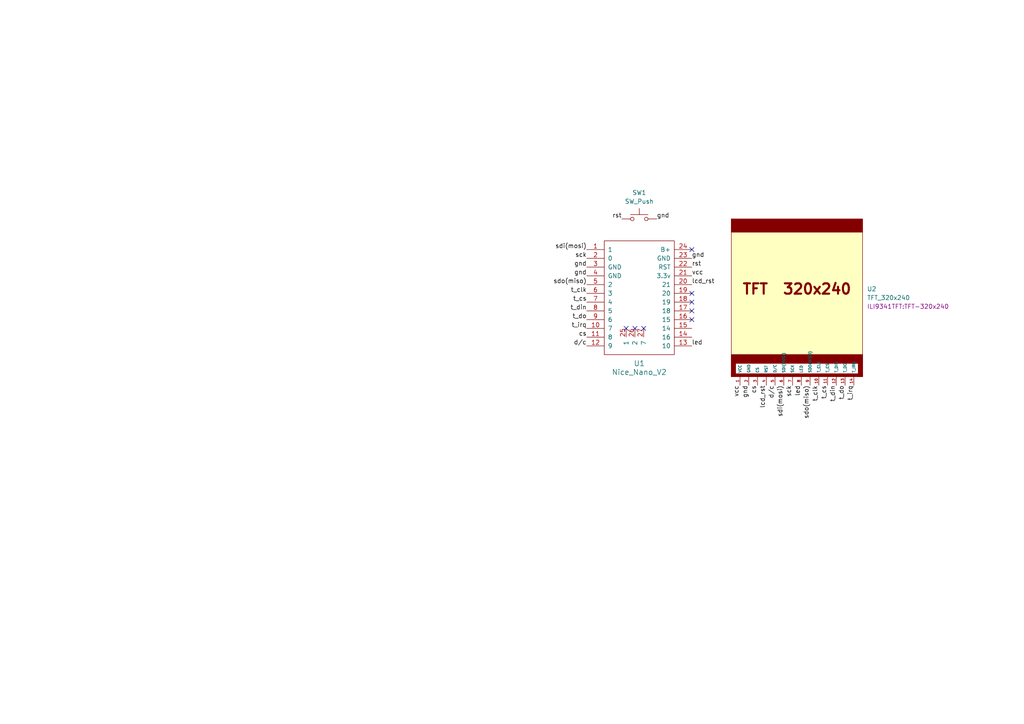
<source format=kicad_sch>
(kicad_sch (version 20250114) (generator "eeschema") (generator_version "9.0")
  (paper "A4")
  (lib_symbols
    (symbol "Custom Stuff:TFT_320x240" (pin_names (offset 1.016))
      (property "Reference" "U?" (at 20.32 25.4001 0))
      (property "Value" "TFT_320x240" (at 20.32 22.8601 0))
      (property "Footprint" "ILI9341TFT:TFT-320x240" (at 20.32 20.3201 0))
      (symbol "TFT_320x240_0_0"
        (text "TFT  320x240" (at 0 25.4 0) (effects (font (size 2.9972 2.9972) (bold yes))))
      )
      (symbol "TFT_320x240_0_1"
        (rectangle (start -19.05 41.91) (end 19.05 45.72) (fill (type outline)))
        (rectangle (start -19.05 6.35) (end 19.05 41.91) (fill (type background)))
        (rectangle (start -19.05 6.35) (end 19.05 3.81) (fill (type outline)))
        (rectangle (start -19.05 0) (end 19.05 6.35))
        (rectangle (start -19.05 0) (end 19.05 0.8382) (fill (type outline)))
        (rectangle (start -17.78 0) (end -19.05 3.81) (fill (type outline)))
        (rectangle (start 17.78 3.81) (end 19.05 0) (fill (type outline)))
      )
      (symbol "TFT_320x240_1_1"
        (pin power_in line (at -16.51 -2.54 90) (length 2.54) (name "VCC") (number "1"))
        (pin bidirectional line (at -13.97 -2.54 90) (length 2.54) (name "GND") (number "2"))
        (pin bidirectional line (at -11.43 -2.54 90) (length 2.54) (name "CS") (number "3"))
        (pin bidirectional line (at -8.89 -2.54 90) (length 2.54) (name "RST") (number "4"))
        (pin bidirectional line (at -6.35 -2.54 90) (length 2.54) (name "D/C") (number "5"))
        (pin bidirectional line (at -3.81 -2.54 90) (length 2.54) (name "SDI(MOSI)") (number "6"))
        (pin bidirectional line (at -1.27 -2.54 90) (length 2.54) (name "SCK") (number "7"))
        (pin power_in line (at 1.27 -2.54 90) (length 2.54) (name "LED") (number "8"))
        (pin bidirectional line (at 3.81 -2.54 90) (length 2.54) (name "SDO(MISO)") (number "9"))
        (pin bidirectional line (at 6.35 -2.54 90) (length 2.54) (name "T_CLK") (number "10"))
        (pin bidirectional line (at 8.89 -2.54 90) (length 2.54) (name "T_CS") (number "11"))
        (pin bidirectional line (at 11.43 -2.54 90) (length 2.54) (name "T_DIN") (number "12"))
        (pin bidirectional line (at 13.97 -2.54 90) (length 2.54) (name "T_DO") (number "13"))
        (pin bidirectional line (at 16.51 -2.54 90) (length 2.54) (name "T_IRQ") (number "14"))
      )
    )
    (symbol "ScottoKeebs:MCU_Nice_Nano_V2" (pin_names (offset 1.016))
      (property "Reference" "U" (at 0 0 0))
      (property "Value" "Nice_Nano_V2" (at 0 -19.05 0))
      (symbol "MCU_Nice_Nano_V2_0_1"
        (rectangle (start -10.16 16.51) (end 10.16 -16.51))
      )
      (symbol "MCU_Nice_Nano_V2_1_1"
        (pin bidirectional line (at -15.24 13.97 0) (length 5.08) (name "1") (number "1"))
        (pin bidirectional line (at -15.24 11.43 0) (length 5.08) (name "0") (number "2"))
        (pin power_in line (at -15.24 8.89 0) (length 5.08) (name "GND") (number "3"))
        (pin power_in line (at -15.24 6.35 0) (length 5.08) (name "GND") (number "4"))
        (pin bidirectional line (at -15.24 3.81 0) (length 5.08) (name "2") (number "5"))
        (pin bidirectional line (at -15.24 1.27 0) (length 5.08) (name "3") (number "6"))
        (pin bidirectional line (at -15.24 -1.27 0) (length 5.08) (name "4") (number "7"))
        (pin bidirectional line (at -15.24 -3.81 0) (length 5.08) (name "5") (number "8"))
        (pin bidirectional line (at -15.24 -6.35 0) (length 5.08) (name "6") (number "9"))
        (pin bidirectional line (at -15.24 -8.89 0) (length 5.08) (name "7") (number "10"))
        (pin bidirectional line (at -15.24 -11.43 0) (length 5.08) (name "8") (number "11"))
        (pin bidirectional line (at -15.24 -13.97 0) (length 5.08) (name "9") (number "12"))
        (pin bidirectional line (at -3.81 -8.89 270) (length 2.5) (name "1") (number "25"))
        (pin bidirectional line (at -1.27 -8.89 270) (length 2.5) (name "2") (number "26"))
        (pin bidirectional line (at 1.27 -8.89 270) (length 2.5) (name "7") (number "27"))
        (pin power_in line (at 15.24 13.97 180) (length 5.08) (name "B+") (number "24"))
        (pin power_in line (at 15.24 11.43 180) (length 5.08) (name "GND") (number "23"))
        (pin input line (at 15.24 8.89 180) (length 5.08) (name "RST") (number "22"))
        (pin power_out line (at 15.24 6.35 180) (length 5.08) (name "3.3v") (number "21"))
        (pin bidirectional line (at 15.24 3.81 180) (length 5.08) (name "21") (number "20"))
        (pin bidirectional line (at 15.24 1.27 180) (length 5.08) (name "20") (number "19"))
        (pin bidirectional line (at 15.24 -1.27 180) (length 5.08) (name "19") (number "18"))
        (pin bidirectional line (at 15.24 -3.81 180) (length 5.08) (name "18") (number "17"))
        (pin bidirectional line (at 15.24 -6.35 180) (length 5.08) (name "15") (number "16"))
        (pin bidirectional line (at 15.24 -8.89 180) (length 5.08) (name "14") (number "15"))
        (pin bidirectional line (at 15.24 -11.43 180) (length 5.08) (name "16") (number "14"))
        (pin bidirectional line (at 15.24 -13.97 180) (length 5.08) (name "10") (number "13"))
      )
    )
    (symbol "Switch:SW_Push" (pin_numbers (hide yes)) (pin_names (offset 1.016) (hide yes))
      (property "Reference" "SW" (at 1.27 2.54 0))
      (property "Value" "SW_Push" (at 0 -1.524 0))
      (symbol "SW_Push_0_1"
        (circle (center -2.032 0) (radius 0.508))
        (polyline (pts (xy 0 1.27) (xy 0 3.048)))
        (circle (center 2.032 0) (radius 0.508))
        (polyline (pts (xy 2.54 1.27) (xy -2.54 1.27)))
        (pin passive line (at -5.08 0 0) (length 2.54) (name "1") (number "1"))
        (pin passive line (at 5.08 0 180) (length 2.54) (name "2") (number "2"))
      )
    )
  )
  (no_connect (at 184.15 95.25))
  (no_connect (at 200.66 72.39))
  (no_connect (at 181.61 95.25))
  (no_connect (at 200.66 90.17))
  (no_connect (at 200.66 92.71))
  (no_connect (at 200.66 85.09))
  (no_connect (at 200.66 87.63))
  (no_connect (at 186.69 95.25))
  (label "led" (at 200.66 100.33 0))
  (label "cs" (at 219.71 111.76 270))
  (label "t_din" (at 170.18 90.17 180))
  (label "t_do" (at 245.11 111.76 270))
  (label "gnd" (at 217.17 111.76 270))
  (label "t_cs" (at 240.03 111.76 270))
  (label "d{slash}c" (at 170.18 100.33 180))
  (label "vcc" (at 200.66 80.01 0))
  (label "t_irq" (at 170.18 95.25 180))
  (label "gnd" (at 170.18 77.47 180))
  (label "t_din" (at 242.57 111.76 270))
  (label "lcd_rst" (at 200.66 82.55 0))
  (label "t_clk" (at 237.49 111.76 270))
  (label "t_cs" (at 170.18 87.63 180))
  (label "sdi(mosi)" (at 227.33 111.76 270))
  (label "rst" (at 200.66 77.47 0))
  (label "t_do" (at 170.18 92.71 180))
  (label "sdo(miso)" (at 234.95 111.76 270))
  (label "rst" (at 180.34 63.5 180))
  (label "vcc" (at 214.63 111.76 270))
  (label "d{slash}c" (at 224.79 111.76 270))
  (label "t_clk" (at 170.18 85.09 180))
  (label "gnd" (at 200.66 74.93 0))
  (label "sck" (at 170.18 74.93 180))
  (label "led" (at 232.41 111.76 270))
  (label "sdi(mosi)" (at 170.18 72.39 180))
  (label "sck" (at 229.87 111.76 270))
  (label "cs" (at 170.18 97.79 180))
  (label "gnd" (at 190.5 63.5 0))
  (label "gnd" (at 170.18 80.01 180))
  (label "lcd_rst" (at 222.25 111.76 270))
  (label "sdo(miso)" (at 170.18 82.55 180))
  (label "t_irq" (at 247.65 111.76 270))
  (symbol (lib_id "ScottoKeebs:MCU_Nice_Nano_V2") (at 185.42 86.36 0) (unit 1)
    (property "Reference" "U1" (at 185.42 105.41 0) (effects (font (size 1.524 1.524))))
    (property "Value" "Nice_Nano_V2" (at 185.42 107.95 0) (effects (font (size 1.524 1.524))))
    (property "Footprint" "ScottoKeebs_MCU:Nice_Nano_V2" (effects (hide yes)))
  )
  (symbol (lib_id "Custom Stuff:TFT_320x240") (at 231.14 109.22 0) (unit 1)
    (property "Reference" "U2" (at 251.46 83.8199 0) (effects (justify left)))
    (property "Value" "TFT_320x240" (at 251.46 86.3599 0) (effects (justify left)))
    (property "Footprint" "ILI9341TFT:TFT-320x240" (at 251.46 88.8999 0) (effects (justify left)))
  )
  (symbol (lib_id "Switch:SW_Push") (at 185.42 63.5 0) (unit 1)
    (property "Reference" "SW1" (at 185.42 55.88 0))
    (property "Value" "SW_Push" (at 185.42 58.42 0))
    (property "Footprint" "Custom Switches:Generic 2 Pin Horizontal" (effects (hide yes)))
    (property "Description" "Push button switch, generic, two pins" (effects (hide yes)))
  )
)
</source>
